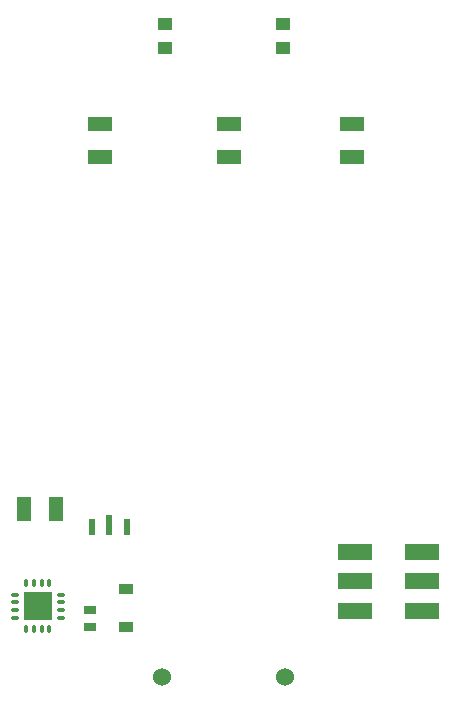
<source format=gbr>
%TF.GenerationSoftware,Altium Limited,Altium Designer,20.0.14 (345)*%
G04 Layer_Color=255*
%FSLAX45Y45*%
%MOMM*%
%TF.FileFunction,Pads,Top*%
%TF.Part,Single*%
G01*
G75*
%TA.AperFunction,SMDPad,CuDef*%
%ADD12O,0.70000X0.30000*%
%ADD13O,0.30000X0.70000*%
%ADD14R,2.40000X2.40000*%
%ADD15R,2.00000X1.25000*%
%ADD16R,1.20000X1.10000*%
%ADD17R,1.00000X0.70000*%
%ADD18R,2.85000X1.35000*%
%ADD19R,1.25000X2.00000*%
%ADD20R,0.60000X1.40000*%
%ADD21R,0.60000X1.80000*%
%ADD22R,1.15000X0.85000*%
%TA.AperFunction,ComponentPad*%
%ADD23C,1.52400*%
D12*
X229700Y1016400D02*
D03*
Y951400D02*
D03*
Y886400D02*
D03*
Y821400D02*
D03*
X619700D02*
D03*
Y886400D02*
D03*
Y951400D02*
D03*
Y1016400D02*
D03*
D13*
X327200Y723900D02*
D03*
X392200D02*
D03*
X457200D02*
D03*
X522200D02*
D03*
Y1113900D02*
D03*
X457200D02*
D03*
X392200D02*
D03*
X327200D02*
D03*
D14*
X424700Y918900D02*
D03*
D15*
X3086100Y5001600D02*
D03*
Y4726600D02*
D03*
X2044700Y4726600D02*
D03*
Y5001600D02*
D03*
X952500Y4726600D02*
D03*
Y5001600D02*
D03*
D16*
X1500000Y5852400D02*
D03*
Y5642400D02*
D03*
X2500000Y5852400D02*
D03*
Y5642400D02*
D03*
D17*
X863600Y742800D02*
D03*
Y882800D02*
D03*
D18*
X3105900Y1380300D02*
D03*
Y1130300D02*
D03*
Y880300D02*
D03*
X3675900D02*
D03*
Y1130300D02*
D03*
Y1380300D02*
D03*
D19*
X307000Y1739900D02*
D03*
X582000D02*
D03*
D20*
X881100Y1587500D02*
D03*
X1181100D02*
D03*
D21*
X1031100Y1607500D02*
D03*
D22*
X1168400Y1061700D02*
D03*
Y741700D02*
D03*
D23*
X1473900Y317500D02*
D03*
X2513900D02*
D03*
%TF.MD5,3ea0b967f90750f819d01f7eed60c407*%
M02*

</source>
